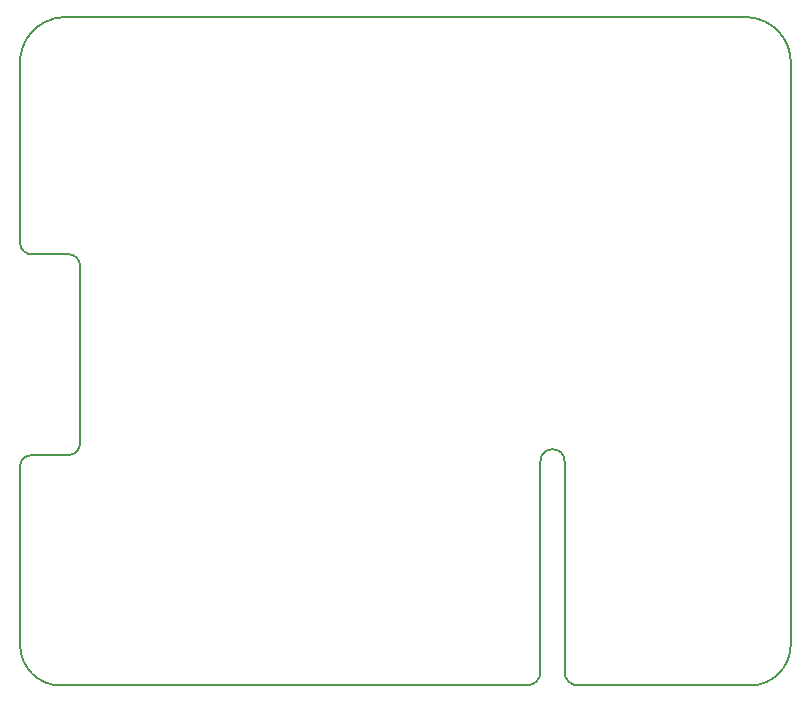
<source format=gbr>
G04 Layer_Color=8388736*
%FSLAX44Y44*%
%MOMM*%
%TF.FileFunction,Other,Mechanical_2*%
%TF.Part,Single*%
G01*
G75*
%TA.AperFunction,NonConductor*%
%ADD53C,0.1270*%
D53*
X252730Y647700D02*
G03*
X262890Y638810I9525J635D01*
G01*
X303530Y628650D02*
G03*
X293370Y638810I-10160J0D01*
G01*
Y468630D02*
G03*
X303530Y478790I0J10160D01*
G01*
X262890Y468630D02*
G03*
X252730Y459740I-635J-9525D01*
G01*
X252754Y308081D02*
G03*
X287213Y273622I34459J0D01*
G01*
X682491Y273692D02*
G03*
X693349Y285821I-635J11493D01*
G01*
X713740Y285750D02*
G03*
X724598Y273622I11493J-635D01*
G01*
X870788D02*
G03*
X905248Y308081I0J34459D01*
G01*
X713811Y463479D02*
G03*
X693349Y463479I-10231J0D01*
G01*
X905271Y799000D02*
G03*
X869000Y839470I-38370J2100D01*
G01*
X289001D02*
G03*
X252730Y799000I2100J-38370D01*
G01*
X252730Y647700D02*
Y799000D01*
Y308105D02*
Y459740D01*
X303530Y478790D02*
Y628650D01*
X262890Y638810D02*
X293370D01*
X262890Y468630D02*
X293370D01*
X286378Y273692D02*
X682491D01*
X724598Y273622D02*
X870788D01*
X713740Y285750D02*
Y463409D01*
X693349Y285821D02*
Y463479D01*
X905271Y308081D02*
Y799000D01*
X289001Y839470D02*
X869000D01*
%TF.MD5,b62ddcac105c6b43d5cac1443a8d449d*%
M02*

</source>
